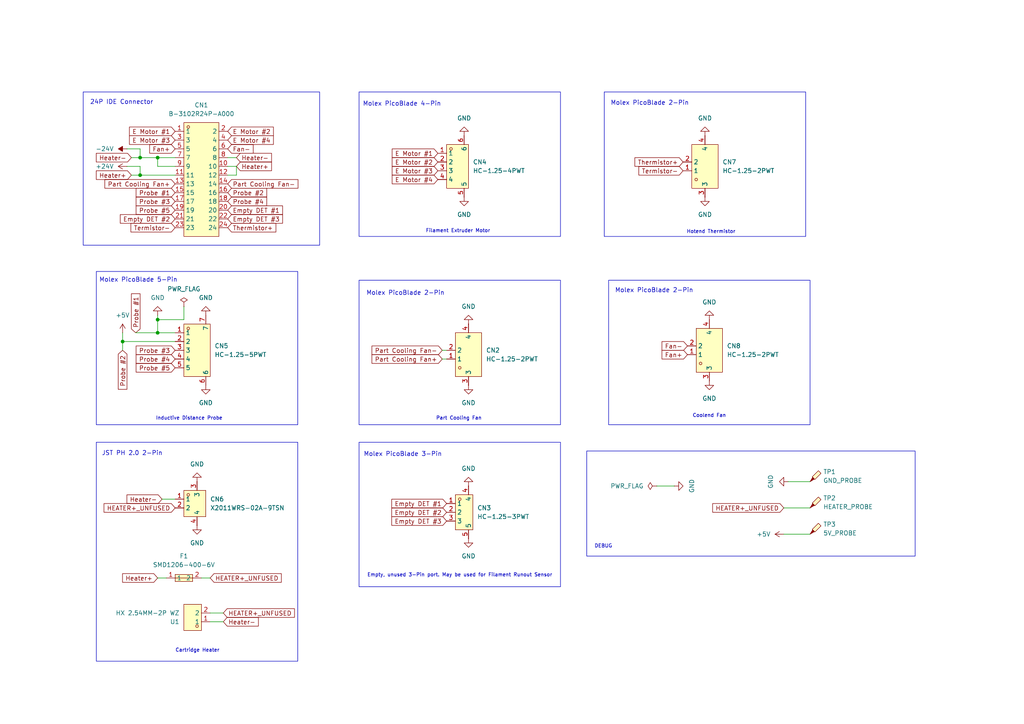
<source format=kicad_sch>
(kicad_sch (version 20231120) (generator "eeschema") (generator_version "8.0")
  (paper "A4")
  (title_block (title "SV06 Exturder Assembly PCB") (date "2024-06-11") (rev "1.00") (company "LimesKey"))
  (lib_symbols
    (symbol "Connector:TestPoint_Probe" (pin_numbers hide) (pin_names (offset 0.762) hide)
      (property "Reference" "TP" (at 1.651 5.842 0))
      (property "Value" "TestPoint_Probe" (at 1.651 4.064 0))
      (symbol "TestPoint_Probe_0_1"
        (polyline (pts (xy 1.27 0.762) (xy 0 0) (xy 0.762 1.27) (xy 1.27 0.762)) (fill (type outline)))
        (polyline (pts (xy 1.397 0.635) (xy 0.635 1.397) (xy 2.413 3.175) (xy 3.175 2.413) (xy 1.397 0.635)) (fill (type background)))
      )
      (symbol "TestPoint_Probe_1_1"
        (pin passive line (at 0 0 90) (length 0) (name "1") (number "1"))
      )
    )
    (symbol "Library:GND" (power) (pin_numbers hide) (pin_names (offset 0) hide)
      (property "Value" "GND" (at 0 -3.81 0))
      (symbol "GND_0_1"
        (polyline (pts (xy 0 0) (xy 0 -1.27) (xy 1.27 -1.27) (xy 0 -2.54) (xy -1.27 -1.27) (xy 0 -1.27)))
      )
      (symbol "GND_1_1"
        (pin power_in line (at 0 0 270) (length 0) (name "~") (number "1"))
      )
    )
    (symbol "easyeda2kicad:B-3102R24P-A000"
      (property "Reference" "CN" (at 0 20.32 0))
      (property "Value" "B-3102R24P-A000" (at 0 -17.78 0))
      (symbol "B-3102R24P-A000_0_1"
        (rectangle (start -5.08 17.78) (end 5.08 -15.24) (fill (type background)))
        (circle (center -3.81 16.51) (radius 0.38))
        (pin unspecified line (at -7.62 15.24 0) (length 2.54) (name "1") (number "1"))
        (pin unspecified line (at 7.62 5.08 180) (length 2.54) (name "10") (number "10"))
        (pin unspecified line (at -7.62 2.54 0) (length 2.54) (name "11") (number "11"))
        (pin unspecified line (at 7.62 2.54 180) (length 2.54) (name "12") (number "12"))
        (pin unspecified line (at -7.62 0 0) (length 2.54) (name "13") (number "13"))
        (pin unspecified line (at 7.62 0 180) (length 2.54) (name "14") (number "14"))
        (pin unspecified line (at -7.62 -2.54 0) (length 2.54) (name "15") (number "15"))
        (pin unspecified line (at 7.62 -2.54 180) (length 2.54) (name "16") (number "16"))
        (pin unspecified line (at -7.62 -5.08 0) (length 2.54) (name "17") (number "17"))
        (pin unspecified line (at 7.62 -5.08 180) (length 2.54) (name "18") (number "18"))
        (pin unspecified line (at -7.62 -7.62 0) (length 2.54) (name "19") (number "19"))
        (pin unspecified line (at 7.62 15.24 180) (length 2.54) (name "2") (number "2"))
        (pin unspecified line (at 7.62 -7.62 180) (length 2.54) (name "20") (number "20"))
        (pin unspecified line (at -7.62 -10.16 0) (length 2.54) (name "21") (number "21"))
        (pin unspecified line (at 7.62 -10.16 180) (length 2.54) (name "22") (number "22"))
        (pin unspecified line (at -7.62 -12.7 0) (length 2.54) (name "23") (number "23"))
        (pin unspecified line (at 7.62 -12.7 180) (length 2.54) (name "24") (number "24"))
        (pin unspecified line (at -7.62 12.7 0) (length 2.54) (name "3") (number "3"))
        (pin unspecified line (at 7.62 12.7 180) (length 2.54) (name "4") (number "4"))
        (pin unspecified line (at -7.62 10.16 0) (length 2.54) (name "5") (number "5"))
        (pin unspecified line (at 7.62 10.16 180) (length 2.54) (name "6") (number "6"))
        (pin unspecified line (at -7.62 7.62 0) (length 2.54) (name "7") (number "7"))
        (pin unspecified line (at 7.62 7.62 180) (length 2.54) (name "8") (number "8"))
        (pin unspecified line (at -7.62 5.08 0) (length 2.54) (name "9") (number "9"))
      )
    )
    (symbol "easyeda2kicad:HC-1.25-2PWT"
      (property "Reference" "CN" (at 0 13.97 0))
      (property "Value" "HC-1.25-2PWT" (at 0 -13.97 0))
      (symbol "HC-1.25-2PWT_0_1"
        (rectangle (start -2.54 6.35) (end 5.08 -6.35) (fill (type background)))
        (circle (center -1.27 -3.81) (radius 0.38))
        (pin unspecified line (at -5.08 -1.27 0) (length 2.54) (name "1") (number "1"))
        (pin unspecified line (at -5.08 1.27 0) (length 2.54) (name "2") (number "2"))
        (pin unspecified line (at 1.27 -8.89 90) (length 2.54) (name "3") (number "3"))
        (pin unspecified line (at 1.27 8.89 270) (length 2.54) (name "4") (number "4"))
      )
    )
    (symbol "easyeda2kicad:HC-1.25-3PWT"
      (property "Reference" "CN" (at 0 12.7 0))
      (property "Value" "HC-1.25-3PWT" (at 0 -12.7 0))
      (symbol "HC-1.25-3PWT_0_1"
        (rectangle (start -1.27 5.08) (end 3.81 -5.08) (fill (type background)))
        (circle (center 0 3.81) (radius 0.38))
        (pin unspecified line (at -3.81 2.54 0) (length 2.54) (name "1") (number "1"))
        (pin unspecified line (at -3.81 0 0) (length 2.54) (name "2") (number "2"))
        (pin unspecified line (at -3.81 -2.54 0) (length 2.54) (name "3") (number "3"))
        (pin unspecified line (at 2.54 7.62 270) (length 2.54) (name "4") (number "4"))
        (pin unspecified line (at 2.54 -7.62 90) (length 2.54) (name "5") (number "5"))
      )
    )
    (symbol "easyeda2kicad:HC-1.25-4PWT"
      (property "Reference" "CN" (at 0 13.97 0))
      (property "Value" "HC-1.25-4PWT" (at 0 -13.97 0))
      (symbol "HC-1.25-4PWT_0_1"
        (rectangle (start -1.27 6.35) (end 5.08 -6.35) (fill (type background)))
        (circle (center 0 5.08) (radius 0.38))
        (pin unspecified line (at -3.81 3.81 0) (length 2.54) (name "1") (number "1"))
        (pin unspecified line (at -3.81 1.27 0) (length 2.54) (name "2") (number "2"))
        (pin unspecified line (at -3.81 -1.27 0) (length 2.54) (name "3") (number "3"))
        (pin unspecified line (at -3.81 -3.81 0) (length 2.54) (name "4") (number "4"))
        (pin unspecified line (at 3.81 -8.89 90) (length 2.54) (name "5") (number "5"))
        (pin unspecified line (at 3.81 8.89 270) (length 2.54) (name "6") (number "6"))
      )
    )
    (symbol "easyeda2kicad:HC-1.25-5PWT"
      (property "Reference" "CN" (at 0 15.24 0))
      (property "Value" "HC-1.25-5PWT" (at 0 -15.24 0))
      (symbol "HC-1.25-5PWT_0_1"
        (rectangle (start -2.54 7.62) (end 5.08 -7.62) (fill (type background)))
        (circle (center -1.27 6.35) (radius 0.38))
        (pin unspecified line (at -5.08 5.08 0) (length 2.54) (name "1") (number "1"))
        (pin unspecified line (at -5.08 2.54 0) (length 2.54) (name "2") (number "2"))
        (pin unspecified line (at -5.08 0 0) (length 2.54) (name "3") (number "3"))
        (pin unspecified line (at -5.08 -2.54 0) (length 2.54) (name "4") (number "4"))
        (pin unspecified line (at -5.08 -5.08 0) (length 2.54) (name "5") (number "5"))
        (pin unspecified line (at 3.81 -10.16 90) (length 2.54) (name "6") (number "6"))
        (pin unspecified line (at 3.81 10.16 270) (length 2.54) (name "7") (number "7"))
      )
    )
    (symbol "easyeda2kicad:HX2.54MM-2PWZ"
      (property "Reference" "U" (at 0 6.35 0))
      (property "Value" "HX 2.54MM-2P WZ" (at 0 -6.35 0))
      (symbol "HX2.54MM-2PWZ_0_1"
        (rectangle (start -2.54 3.81) (end 2.54 -3.81) (fill (type background)))
        (circle (center -1.27 2.54) (radius 0.38))
        (pin unspecified line (at -5.08 1.27 0) (length 2.54) (name "1") (number "1"))
        (pin unspecified line (at -5.08 -1.27 0) (length 2.54) (name "2") (number "2"))
      )
    )
    (symbol "easyeda2kicad:SMD1206-400-6V"
      (property "Reference" "F" (at 0 5.08 0))
      (property "Value" "SMD1206-400-6V" (at 0 -5.08 0))
      (symbol "SMD1206-400-6V_0_1"
        (rectangle (start -2.54 1.02) (end 2.54 -1.02) (fill (type background)))
        (polyline (pts (xy -2.54 0) (xy 2.54 0)))
        (pin unspecified line (at -5.08 0 0) (length 2.54) (name "1") (number "1"))
        (pin unspecified line (at 5.08 0 180) (length 2.54) (name "2") (number "2"))
      )
    )
    (symbol "easyeda2kicad:X2011WRS-02A-9TSN"
      (property "Reference" "CN" (at 0 12.7 0))
      (property "Value" "X2011WRS-02A-9TSN" (at 0 -10.16 0))
      (symbol "X2011WRS-02A-9TSN_0_1"
        (rectangle (start -1.27 5.08) (end 5.08 -2.54) (fill (type background)))
        (circle (center 0 3.81) (radius 0.38))
        (pin unspecified line (at -3.81 2.54 0) (length 2.54) (name "1") (number "1"))
        (pin unspecified line (at -3.81 0 0) (length 2.54) (name "2") (number "2"))
        (pin unspecified line (at 2.54 7.62 270) (length 2.54) (name "3") (number "3"))
        (pin unspecified line (at 2.54 -5.08 90) (length 2.54) (name "4") (number "4"))
      )
    )
    (symbol "power:+24V" (power) (pin_numbers hide) (pin_names (offset 0) hide)
      (property "Value" "+24V" (at 0 3.556 0))
      (symbol "+24V_0_1"
        (polyline (pts (xy -0.762 1.27) (xy 0 2.54)))
        (polyline (pts (xy 0 0) (xy 0 2.54)))
        (polyline (pts (xy 0 2.54) (xy 0.762 1.27)))
      )
      (symbol "+24V_1_1"
        (pin power_in line (at 0 0 90) (length 0) (name "~") (number "1"))
      )
    )
    (symbol "power:+5V" (power) (pin_numbers hide) (pin_names (offset 0) hide)
      (property "Value" "+5V" (at 0 3.556 0))
      (symbol "+5V_0_1"
        (polyline (pts (xy -0.762 1.27) (xy 0 2.54)))
        (polyline (pts (xy 0 0) (xy 0 2.54)))
        (polyline (pts (xy 0 2.54) (xy 0.762 1.27)))
      )
      (symbol "+5V_1_1"
        (pin power_in line (at 0 0 90) (length 0) (name "~") (number "1"))
      )
    )
    (symbol "power:-24V" (power) (pin_numbers hide) (pin_names (offset 0) hide)
      (property "Value" "-24V" (at 0 3.556 0))
      (symbol "-24V_0_0"
        (pin power_in line (at 0 0 90) (length 0) (name "~") (number "1"))
      )
      (symbol "-24V_0_1"
        (polyline (pts (xy 0 0) (xy 0 1.27) (xy 0.762 1.27) (xy 0 2.54) (xy -0.762 1.27) (xy 0 1.27)) (fill (type outline)))
      )
    )
    (symbol "power:PWR_FLAG" (power) (pin_numbers hide) (pin_names (offset 0) hide)
      (property "Value" "PWR_FLAG" (at 0 3.81 0))
      (symbol "PWR_FLAG_0_0"
        (pin power_out line (at 0 0 90) (length 0) (name "~") (number "1"))
      )
      (symbol "PWR_FLAG_0_1"
        (polyline (pts (xy 0 0) (xy 0 1.27) (xy -1.016 1.905) (xy 0 2.54) (xy 1.016 1.905) (xy 0 1.27)))
      )
    )
  )
  (junction (at 40.64 45.72))
  (junction (at 45.72 92.71))
  (junction (at 35.56 99.06))
  (junction (at 45.72 96.52))
  (junction (at 45.72 45.72))
  (junction (at 40.64 50.8))
  (wire (pts (xy 35.56 99.06) (xy 35.56 101.6)))
  (wire (pts (xy 36.83 48.26) (xy 40.64 48.26)))
  (wire (pts (xy 60.96 167.64) (xy 58.42 167.64)))
  (wire (pts (xy 50.8 48.26) (xy 45.72 48.26)))
  (wire (pts (xy 35.56 96.52) (xy 35.56 99.06)))
  (wire (pts (xy 45.72 92.71) (xy 45.72 96.52)))
  (wire (pts (xy 40.64 43.18) (xy 40.64 45.72)))
  (wire (pts (xy 227.33 147.32) (xy 234.95 147.32)))
  (wire (pts (xy 227.33 154.94) (xy 234.95 154.94)))
  (wire (pts (xy 45.72 45.72) (xy 50.8 45.72)))
  (wire (pts (xy 190.5 140.97) (xy 195.58 140.97)))
  (wire (pts (xy 45.72 91.44) (xy 45.72 92.71)))
  (wire (pts (xy 228.6 139.7) (xy 234.95 139.7)))
  (wire (pts (xy 68.58 48.26) (xy 68.58 50.8)))
  (wire (pts (xy 66.04 50.8) (xy 68.58 50.8)))
  (wire (pts (xy 36.83 43.18) (xy 40.64 43.18)))
  (wire (pts (xy 39.37 96.52) (xy 45.72 96.52)))
  (wire (pts (xy 40.64 48.26) (xy 40.64 50.8)))
  (wire (pts (xy 128.27 101.6) (xy 129.54 101.6)))
  (wire (pts (xy 66.04 45.72) (xy 68.58 45.72)))
  (wire (pts (xy 38.1 50.8) (xy 40.64 50.8)))
  (wire (pts (xy 64.77 180.34) (xy 60.96 180.34)))
  (wire (pts (xy 128.27 104.14) (xy 129.54 104.14)))
  (wire (pts (xy 38.1 45.72) (xy 40.64 45.72)))
  (wire (pts (xy 40.64 45.72) (xy 45.72 45.72)))
  (wire (pts (xy 45.72 92.71) (xy 53.34 92.71)))
  (wire (pts (xy 53.34 88.9) (xy 53.34 92.71)))
  (wire (pts (xy 48.26 167.64) (xy 45.72 167.64)))
  (wire (pts (xy 35.56 99.06) (xy 50.8 99.06)))
  (wire (pts (xy 45.72 96.52) (xy 50.8 96.52)))
  (wire (pts (xy 40.64 50.8) (xy 50.8 50.8)))
  (wire (pts (xy 46.99 144.78) (xy 50.8 144.78)))
  (wire (pts (xy 45.72 48.26) (xy 45.72 45.72)))
  (wire (pts (xy 64.77 177.8) (xy 60.96 177.8)))
  (wire (pts (xy 66.04 48.26) (xy 68.58 48.26)))
  (rectangle (start 104.14 128.27) (end 162.56 170.18))
  (rectangle (start 24.13 26.67) (end 92.71 71.12))
  (rectangle (start 104.14 26.67) (end 162.56 68.58))
  (rectangle (start 27.94 78.74) (end 86.36 123.19))
  (rectangle (start 176.53 81.28) (end 234.95 123.19))
  (rectangle (start 170.18 130.81) (end 265.43 161.29))
  (rectangle (start 27.94 128.27) (end 86.36 191.77))
  (rectangle (start 104.14 81.28) (end 162.56 123.19))
  (rectangle (start 175.26 26.67) (end 233.68 68.58))
  (text "24P IDE Connector" (at 35.306 29.718 0) (effects (font (size 1.27 1.27))))
  (text "Molex PicoBlade 5-Pin" (at 40.132 81.28 0) (effects (font (size 1.27 1.27))))
  (text "Molex PicoBlade 4-Pin" (at 116.586 30.226 0) (effects (font (size 1.27 1.27))))
  (text "Molex PicoBlade 2-Pin" (at 189.738 84.328 0) (effects (font (size 1.27 1.27))))
  (text "Molex PicoBlade 2-Pin" (at 188.468 29.972 0) (effects (font (size 1.27 1.27))))
  (text "JST PH 2.0 2-Pin" (at 38.354 131.572 0) (effects (font (size 1.27 1.27))))
  (text "Inductive Distance Probe" (at 54.864 121.412 0) (effects (font (size 1.016 1.016))))
  (text "DEBUG\n" (at 175.006 158.496 0) (effects (font (size 1.016 1.016))))
  (text "Empty, unused 3-Pin port. May be used for Filament Runout Sensor\n" (at 133.35 166.878 0) (effects (font (size 1.016 1.016))))
  (text "Part Cooling Fan" (at 133.096 121.412 0) (effects (font (size 1.016 1.016))))
  (text "Filament Extruder Motor" (at 132.842 67.056 0) (effects (font (size 1.016 1.016))))
  (text "Coolend Fan" (at 205.74 120.65 0) (effects (font (size 1.016 1.016))))
  (text "Molex PicoBlade 3-Pin" (at 116.84 131.826 0) (effects (font (size 1.27 1.27))))
  (text "Cartridge Heater " (at 57.658 188.722 0) (effects (font (size 1.016 1.016))))
  (text "Hotend Thermistor" (at 206.248 67.31 0) (effects (font (size 1.016 1.016))))
  (text "Molex PicoBlade 2-Pin" (at 117.602 85.09 0) (effects (font (size 1.27 1.27))))
  (global_label "Heater+" (shape input) (at 45.72 167.64 180) (property "Intersheetrefs" "${INTERSHEET_REFS}" (effects (hide yes))))
  (global_label "Part Cooling Fan-" (shape input) (at 128.27 101.6 180) (property "Intersheetrefs" "${INTERSHEET_REFS}" (effects (hide yes))))
  (global_label "E Motor #3" (shape input) (at 127 49.53 180) (property "Intersheetrefs" "${INTERSHEET_REFS}" (effects (hide yes))))
  (global_label "E Motor #4" (shape input) (at 66.04 40.64 0) (property "Intersheetrefs" "${INTERSHEET_REFS}" (effects (hide yes))))
  (global_label "Termistor-" (shape input) (at 50.8 66.04 180) (property "Intersheetrefs" "${INTERSHEET_REFS}" (effects (hide yes))))
  (global_label "Heater-" (shape input) (at 46.99 144.78 180) (property "Intersheetrefs" "${INTERSHEET_REFS}" (effects (hide yes))))
  (global_label "E Motor #1" (shape input) (at 50.8 38.1 180) (property "Intersheetrefs" "${INTERSHEET_REFS}" (effects (hide yes))))
  (global_label "Empty DET #3" (shape input) (at 66.04 63.5 0) (property "Intersheetrefs" "${INTERSHEET_REFS}" (effects (hide yes))))
  (global_label "E Motor #1" (shape input) (at 127 44.45 180) (property "Intersheetrefs" "${INTERSHEET_REFS}" (effects (hide yes))))
  (global_label "Probe #3" (shape input) (at 50.8 58.42 180) (property "Intersheetrefs" "${INTERSHEET_REFS}" (effects (hide yes))))
  (global_label "Probe #2" (shape input) (at 35.56 101.6 270) (property "Intersheetrefs" "${INTERSHEET_REFS}" (effects (hide yes))))
  (global_label "Part Cooling Fan+" (shape input) (at 50.8 53.34 180) (property "Intersheetrefs" "${INTERSHEET_REFS}" (effects (hide yes))))
  (global_label "Probe #4" (shape input) (at 66.04 58.42 0) (property "Intersheetrefs" "${INTERSHEET_REFS}" (effects (hide yes))))
  (global_label "HEATER+_UNFUSED" (shape input) (at 50.8 147.32 180) (property "Intersheetrefs" "${INTERSHEET_REFS}" (effects (hide yes))))
  (global_label "Empty DET #1" (shape input) (at 66.04 60.96 0) (property "Intersheetrefs" "${INTERSHEET_REFS}" (effects (hide yes))))
  (global_label "E Motor #4" (shape input) (at 127 52.07 180) (property "Intersheetrefs" "${INTERSHEET_REFS}" (effects (hide yes))))
  (global_label "Probe #1" (shape input) (at 39.37 96.52 90) (property "Intersheetrefs" "${INTERSHEET_REFS}" (effects (hide yes))))
  (global_label "Empty DET #3" (shape input) (at 129.54 151.13 180) (property "Intersheetrefs" "${INTERSHEET_REFS}" (effects (hide yes))))
  (global_label "Part Cooling Fan+" (shape input) (at 128.27 104.14 180) (property "Intersheetrefs" "${INTERSHEET_REFS}" (effects (hide yes))))
  (global_label "Fan+" (shape input) (at 199.39 102.87 180) (property "Intersheetrefs" "${INTERSHEET_REFS}" (effects (hide yes))))
  (global_label "Fan+" (shape input) (at 50.8 43.18 180) (property "Intersheetrefs" "${INTERSHEET_REFS}" (effects (hide yes))))
  (global_label "Fan-" (shape input) (at 199.39 100.33 180) (property "Intersheetrefs" "${INTERSHEET_REFS}" (effects (hide yes))))
  (global_label "Empty DET #2" (shape input) (at 50.8 63.5 180) (property "Intersheetrefs" "${INTERSHEET_REFS}" (effects (hide yes))))
  (global_label "Probe #4" (shape input) (at 50.8 104.14 180) (property "Intersheetrefs" "${INTERSHEET_REFS}" (effects (hide yes))))
  (global_label "Empty DET #2" (shape input) (at 129.54 148.59 180) (property "Intersheetrefs" "${INTERSHEET_REFS}" (effects (hide yes))))
  (global_label "Probe #1" (shape input) (at 50.8 55.88 180) (property "Intersheetrefs" "${INTERSHEET_REFS}" (effects (hide yes))))
  (global_label "Heater-" (shape input) (at 38.1 45.72 180) (property "Intersheetrefs" "${INTERSHEET_REFS}" (effects (hide yes))))
  (global_label "Heater+" (shape input) (at 68.58 48.26 0) (property "Intersheetrefs" "${INTERSHEET_REFS}" (effects (hide yes))))
  (global_label "Probe #3" (shape input) (at 50.8 101.6 180) (property "Intersheetrefs" "${INTERSHEET_REFS}" (effects (hide yes))))
  (global_label "Heater-" (shape input) (at 68.58 45.72 0) (property "Intersheetrefs" "${INTERSHEET_REFS}" (effects (hide yes))))
  (global_label "Empty DET #1" (shape input) (at 129.54 146.05 180) (property "Intersheetrefs" "${INTERSHEET_REFS}" (effects (hide yes))))
  (global_label "HEATER+_UNFUSED" (shape input) (at 64.77 177.8 0) (property "Intersheetrefs" "${INTERSHEET_REFS}" (effects (hide yes))))
  (global_label "Part Cooling Fan-" (shape input) (at 66.04 53.34 0) (property "Intersheetrefs" "${INTERSHEET_REFS}" (effects (hide yes))))
  (global_label "Heater+" (shape input) (at 38.1 50.8 180) (property "Intersheetrefs" "${INTERSHEET_REFS}" (effects (hide yes))))
  (global_label "Thermistor+" (shape input) (at 66.04 66.04 0) (property "Intersheetrefs" "${INTERSHEET_REFS}" (effects (hide yes))))
  (global_label "Termistor-" (shape input) (at 198.12 49.53 180) (property "Intersheetrefs" "${INTERSHEET_REFS}" (effects (hide yes))))
  (global_label "E Motor #2" (shape input) (at 66.04 38.1 0) (property "Intersheetrefs" "${INTERSHEET_REFS}" (effects (hide yes))))
  (global_label "HEATER+_UNFUSED" (shape input) (at 227.33 147.32 180) (property "Intersheetrefs" "${INTERSHEET_REFS}" (effects (hide yes))))
  (global_label "Probe #5" (shape input) (at 50.8 60.96 180) (property "Intersheetrefs" "${INTERSHEET_REFS}" (effects (hide yes))))
  (global_label "Thermistor+" (shape input) (at 198.12 46.99 180) (property "Intersheetrefs" "${INTERSHEET_REFS}" (effects (hide yes))))
  (global_label "HEATER+_UNFUSED" (shape input) (at 60.96 167.64 0) (property "Intersheetrefs" "${INTERSHEET_REFS}" (effects (hide yes))))
  (global_label "Heater-" (shape input) (at 64.77 180.34 0) (property "Intersheetrefs" "${INTERSHEET_REFS}" (effects (hide yes))))
  (global_label "E Motor #2" (shape input) (at 127 46.99 180) (property "Intersheetrefs" "${INTERSHEET_REFS}" (effects (hide yes))))
  (global_label "Probe #2" (shape input) (at 66.04 55.88 0) (property "Intersheetrefs" "${INTERSHEET_REFS}" (effects (hide yes))))
  (global_label "E Motor #3" (shape input) (at 50.8 40.64 180) (property "Intersheetrefs" "${INTERSHEET_REFS}" (effects (hide yes))))
  (global_label "Probe #5" (shape input) (at 50.8 106.68 180) (property "Intersheetrefs" "${INTERSHEET_REFS}" (effects (hide yes))))
  (global_label "Fan-" (shape input) (at 66.04 43.18 0) (property "Intersheetrefs" "${INTERSHEET_REFS}" (effects (hide yes))))
  (symbol (lib_id "Connector:TestPoint_Probe") (at 234.95 154.94 0) (unit 1)
    (property "Reference" "TP3" (at 238.76 152.0824 0) (effects (justify left)))
    (property "Value" "5V_PROBE" (at 238.76 154.6224 0) (effects (justify left)))
    (property "Footprint" "TestPoint:TestPoint_THTPad_D2.5mm_Drill1.2mm" (effects (hide yes)))
    (property "Description" "test point (alternative probe-style design)" (effects (hide yes)))
  )
  (symbol (lib_id "easyeda2kicad:HC-1.25-2PWT") (at 204.47 101.6 0) (unit 1)
    (property "Reference" "CN8" (at 210.82 100.3299 0) (effects (justify left)))
    (property "Value" "HC-1.25-2PWT" (at 210.82 102.8699 0) (effects (justify left)))
    (property "Footprint" "easyeda2kicad:CONN-SMD_2P-P1.25-HC-1.25-2PWT" (effects (hide yes)))
    (property "LCSC Part" "C2845379" (effects (hide yes)))
  )
  (symbol (lib_id "easyeda2kicad:SMD1206-400-6V") (at 53.34 167.64 0) (unit 1)
    (property "Reference" "F1" (at 53.34 161.29 0))
    (property "Value" "SMD1206-400-6V" (at 53.34 163.83 0))
    (property "Footprint" "easyeda2kicad:F1206" (effects (hide yes)))
    (property "LCSC Part" "C2760306" (effects (hide yes)))
  )
  (symbol (lib_id "Library:GND") (at 59.69 91.44 180) (unit 1)
    (property "Reference" "#PWR012" (effects (hide yes)))
    (property "Value" "GND" (at 59.69 86.36 0))
    (property "Description" "Power symbol creates a global label with name \"GND\" , ground" (effects (hide yes)))
  )
  (symbol (lib_id "power:PWR_FLAG") (at 53.34 88.9 0) (unit 1)
    (property "Reference" "#FLG02" (effects (hide yes)))
    (property "Value" "PWR_FLAG" (at 53.34 83.82 0))
    (property "Description" "Special symbol for telling ERC where power comes from" (effects (hide yes)))
  )
  (symbol (lib_id "Connector:TestPoint_Probe") (at 234.95 139.7 0) (unit 1)
    (property "Reference" "TP1" (at 238.76 136.8424 0) (effects (justify left)))
    (property "Value" "GND_PROBE" (at 238.76 139.3824 0) (effects (justify left)))
    (property "Footprint" "TestPoint:TestPoint_THTPad_D2.5mm_Drill1.2mm" (effects (hide yes)))
    (property "Description" "test point (alternative probe-style design)" (effects (hide yes)))
  )
  (symbol (lib_id "easyeda2kicad:X2011WRS-02A-9TSN") (at 54.61 147.32 0) (unit 1)
    (property "Reference" "CN6" (at 60.96 144.7799 0) (effects (justify left)))
    (property "Value" "X2011WRS-02A-9TSN" (at 60.96 147.3199 0) (effects (justify left)))
    (property "Footprint" "easyeda2kicad:CONN-SMD_2P-P2.00_XKB_X2011WRS-02A-9TSN" (effects (hide yes)))
    (property "LCSC Part" "C571320" (effects (hide yes)))
  )
  (symbol (lib_id "power:+24V") (at 36.83 48.26 90) (unit 1)
    (property "Reference" "#PWR01" (effects (hide yes)))
    (property "Value" "+24V" (at 33.02 48.2599 90) (effects (justify left)))
    (property "Description" "Power symbol creates a global label with name \"+24V\"" (effects (hide yes)))
  )
  (symbol (lib_id "easyeda2kicad:HC-1.25-3PWT") (at 133.35 148.59 0) (unit 1)
    (property "Reference" "CN3" (at 138.43 147.3199 0) (effects (justify left)))
    (property "Value" "HC-1.25-3PWT" (at 138.43 149.8599 0) (effects (justify left)))
    (property "Footprint" "easyeda2kicad:CONN-SMD_HC-1.25-3PWT" (effects (hide yes)))
    (property "LCSC Part" "C2845380" (effects (hide yes)))
  )
  (symbol (lib_id "power:+5V") (at 35.56 96.52 0) (unit 1)
    (property "Reference" "#PWR017" (effects (hide yes)))
    (property "Value" "+5V" (at 35.56 91.44 0))
    (property "Description" "Power symbol creates a global label with name \"+5V\"" (effects (hide yes)))
  )
  (symbol (lib_id "easyeda2kicad:HC-1.25-2PWT") (at 134.62 102.87 0) (unit 1)
    (property "Reference" "CN2" (at 140.97 101.5999 0) (effects (justify left)))
    (property "Value" "HC-1.25-2PWT" (at 140.97 104.1399 0) (effects (justify left)))
    (property "Footprint" "easyeda2kicad:CONN-SMD_2P-P1.25-HC-1.25-2PWT" (effects (hide yes)))
    (property "LCSC Part" "C2845379" (effects (hide yes)))
  )
  (symbol (lib_id "easyeda2kicad:HC-1.25-2PWT") (at 203.2 48.26 0) (unit 1)
    (property "Reference" "CN7" (at 209.55 46.9899 0) (effects (justify left)))
    (property "Value" "HC-1.25-2PWT" (at 209.55 49.5299 0) (effects (justify left)))
    (property "Footprint" "easyeda2kicad:CONN-SMD_2P-P1.25-HC-1.25-2PWT" (effects (hide yes)))
    (property "LCSC Part" "C2845379" (effects (hide yes)))
  )
  (symbol (lib_id "Library:GND") (at 59.69 111.76 0) (unit 1)
    (property "Reference" "#PWR011" (effects (hide yes)))
    (property "Value" "GND" (at 59.69 116.84 0))
    (property "Description" "Power symbol creates a global label with name \"GND\" , ground" (effects (hide yes)))
  )
  (symbol (lib_id "Library:GND") (at 134.62 39.37 180) (unit 1)
    (property "Reference" "#PWR013" (effects (hide yes)))
    (property "Value" "GND" (at 134.62 34.29 0))
    (property "Description" "Power symbol creates a global label with name \"GND\" , ground" (effects (hide yes)))
  )
  (symbol (lib_id "power:+5V") (at 227.33 154.94 90) (unit 1)
    (property "Reference" "#PWR021" (effects (hide yes)))
    (property "Value" "+5V" (at 223.52 154.9399 90) (effects (justify left)))
    (property "Description" "Power symbol creates a global label with name \"+5V\"" (effects (hide yes)))
  )
  (symbol (lib_id "Library:GND") (at 135.89 111.76 0) (unit 1)
    (property "Reference" "#PWR05" (effects (hide yes)))
    (property "Value" "GND" (at 135.89 116.84 0))
    (property "Description" "Power symbol creates a global label with name \"GND\" , ground" (effects (hide yes)))
  )
  (symbol (lib_id "Connector:TestPoint_Probe") (at 234.95 147.32 0) (unit 1)
    (property "Reference" "TP2" (at 238.76 144.4624 0) (effects (justify left)))
    (property "Value" "HEATER_PROBE" (at 238.76 147.0024 0) (effects (justify left)))
    (property "Footprint" "TestPoint:TestPoint_THTPad_D2.5mm_Drill1.2mm" (effects (hide yes)))
    (property "Description" "test point (alternative probe-style design)" (effects (hide yes)))
  )
  (symbol (lib_id "power:PWR_FLAG") (at 190.5 140.97 90) (unit 1)
    (property "Reference" "#FLG01" (effects (hide yes)))
    (property "Value" "PWR_FLAG" (at 186.69 140.9699 90) (effects (justify left)))
    (property "Description" "Special symbol for telling ERC where power comes from" (effects (hide yes)))
  )
  (symbol (lib_id "Library:GND") (at 135.89 140.97 180) (unit 1)
    (property "Reference" "#PWR015" (effects (hide yes)))
    (property "Value" "GND" (at 135.89 135.89 0))
    (property "Description" "Power symbol creates a global label with name \"GND\" , ground" (effects (hide yes)))
  )
  (symbol (lib_id "Library:GND") (at 228.6 139.7 270) (unit 1)
    (property "Reference" "#PWR019" (effects (hide yes)))
    (property "Value" "GND" (at 223.52 139.7 0))
    (property "Description" "Power symbol creates a global label with name \"GND\" , ground" (effects (hide yes)))
  )
  (symbol (lib_id "Library:GND") (at 205.74 92.71 180) (unit 1)
    (property "Reference" "#PWR09" (effects (hide yes)))
    (property "Value" "GND" (at 205.74 87.63 0))
    (property "Description" "Power symbol creates a global label with name \"GND\" , ground" (effects (hide yes)))
  )
  (symbol (lib_id "easyeda2kicad:HC-1.25-5PWT") (at 55.88 101.6 0) (unit 1)
    (property "Reference" "CN5" (at 62.23 100.3299 0) (effects (justify left)))
    (property "Value" "HC-1.25-5PWT" (at 62.23 102.8699 0) (effects (justify left)))
    (property "Footprint" "easyeda2kicad:CONN-SMD_5P-P1.25_HCTL_HC-1.25-5PWT" (effects (hide yes)))
    (property "LCSC Part" "C2845382" (effects (hide yes)))
  )
  (symbol (lib_id "power:-24V") (at 36.83 43.18 90) (unit 1)
    (property "Reference" "#PWR02" (effects (hide yes)))
    (property "Value" "-24V" (at 33.02 43.1799 90) (effects (justify left)))
    (property "Description" "Power symbol creates a global label with name \"-24V\"" (effects (hide yes)))
  )
  (symbol (lib_id "Library:GND") (at 204.47 39.37 180) (unit 1)
    (property "Reference" "#PWR07" (effects (hide yes)))
    (property "Value" "GND" (at 204.47 34.29 0))
    (property "Description" "Power symbol creates a global label with name \"GND\" , ground" (effects (hide yes)))
  )
  (symbol (lib_id "Library:GND") (at 195.58 140.97 90) (unit 1)
    (property "Reference" "#PWR018" (effects (hide yes)))
    (property "Value" "GND" (at 200.66 140.97 0))
    (property "Description" "Power symbol creates a global label with name \"GND\" , ground" (effects (hide yes)))
  )
  (symbol (lib_id "Library:GND") (at 134.62 57.15 0) (unit 1)
    (property "Reference" "#PWR014" (effects (hide yes)))
    (property "Value" "GND" (at 134.62 62.23 0))
    (property "Description" "Power symbol creates a global label with name \"GND\" , ground" (effects (hide yes)))
  )
  (symbol (lib_id "Library:GND") (at 57.15 139.7 180) (unit 1)
    (property "Reference" "#PWR03" (effects (hide yes)))
    (property "Value" "GND" (at 57.15 134.62 0))
    (property "Description" "Power symbol creates a global label with name \"GND\" , ground" (effects (hide yes)))
  )
  (symbol (lib_id "easyeda2kicad:B-3102R24P-A000") (at 58.42 53.34 0) (unit 1)
    (property "Reference" "CN1" (at 58.42 30.48 0))
    (property "Value" "B-3102R24P-A000" (at 58.42 33.02 0))
    (property "Footprint" "easyeda2kicad:IDC-TH_24P-P2.00_B-3102R24P-A000" (effects (hide yes)))
    (property "Datasheet" "https://lcsc.com/product-detail/IDC-Connectors_Shenzhen-Cankemeng-B-3102R24P-A000_C383593.html" (effects (hide yes)))
    (property "LCSC Part" "C383593" (effects (hide yes)))
  )
  (symbol (lib_id "easyeda2kicad:HX2.54MM-2PWZ") (at 55.88 179.07 180) (unit 1)
    (property "Reference" "U1" (at 52.07 180.3401 0) (effects (justify left)))
    (property "Value" "HX 2.54MM-2P WZ" (at 52.07 177.8001 0) (effects (justify left)))
    (property "Footprint" "easyeda2kicad:CONN-TH_2P-P2.50_HX-2.54MM-2P-WZ" (effects (hide yes)))
    (property "LCSC Part" "C7543444" (effects (hide yes)))
  )
  (symbol (lib_id "Library:GND") (at 57.15 152.4 0) (unit 1)
    (property "Reference" "#PWR04" (effects (hide yes)))
    (property "Value" "GND" (at 57.15 157.48 0))
    (property "Description" "Power symbol creates a global label with name \"GND\" , ground" (effects (hide yes)))
  )
  (symbol (lib_id "easyeda2kicad:HC-1.25-4PWT") (at 130.81 48.26 0) (unit 1)
    (property "Reference" "CN4" (at 137.16 46.9899 0) (effects (justify left)))
    (property "Value" "HC-1.25-4PWT" (at 137.16 49.5299 0) (effects (justify left)))
    (property "Footprint" "easyeda2kicad:CONN-SMD_4P-P1.25-HC-1.25-4PWT" (effects (hide yes)))
    (property "LCSC Part" "C2845381" (effects (hide yes)))
  )
  (symbol (lib_id "Library:GND") (at 45.72 91.44 180) (unit 1)
    (property "Reference" "#PWR020" (effects (hide yes)))
    (property "Value" "GND" (at 45.72 86.36 0))
    (property "Description" "Power symbol creates a global label with name \"GND\" , ground" (effects (hide yes)))
  )
  (symbol (lib_id "Library:GND") (at 205.74 110.49 0) (unit 1)
    (property "Reference" "#PWR010" (effects (hide yes)))
    (property "Value" "GND" (at 205.74 115.57 0))
    (property "Description" "Power symbol creates a global label with name \"GND\" , ground" (effects (hide yes)))
  )
  (symbol (lib_id "Library:GND") (at 204.47 57.15 0) (unit 1)
    (property "Reference" "#PWR08" (effects (hide yes)))
    (property "Value" "GND" (at 204.47 62.23 0))
    (property "Description" "Power symbol creates a global label with name \"GND\" , ground" (effects (hide yes)))
  )
  (symbol (lib_id "Library:GND") (at 135.89 93.98 180) (unit 1)
    (property "Reference" "#PWR06" (effects (hide yes)))
    (property "Value" "GND" (at 135.89 88.9 0))
    (property "Description" "Power symbol creates a global label with name \"GND\" , ground" (effects (hide yes)))
  )
  (symbol (lib_id "Library:GND") (at 135.89 156.21 0) (unit 1)
    (property "Reference" "#PWR016" (effects (hide yes)))
    (property "Value" "GND" (at 135.89 161.29 0))
    (property "Description" "Power symbol creates a global label with name \"GND\" , ground" (effects (hide yes)))
  )
)
</source>
